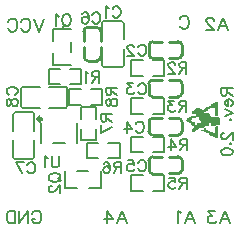
<source format=gbo>
G04 Layer: BottomSilkscreenLayer*
G04 EasyEDA v6.5.38, 2023-11-24 15:02:17*
G04 fd976b0eda274a6ca9a56c4ffa30f9f7,9a5be75d700b4a6385dc1106f27949ae,10*
G04 Gerber Generator version 0.2*
G04 Scale: 100 percent, Rotated: No, Reflected: No *
G04 Dimensions in millimeters *
G04 leading zeros omitted , absolute positions ,4 integer and 5 decimal *
%FSLAX45Y45*%
%MOMM*%

%ADD10C,0.1800*%
%ADD11C,0.1400*%
%ADD12C,0.1524*%
%ADD13C,0.2540*%
%ADD14C,0.3000*%
%ADD15C,0.0133*%

%LPD*%
G36*
X1798218Y-844042D02*
G01*
X1796999Y-845261D01*
X1796999Y-848207D01*
X1795830Y-849376D01*
X1776780Y-849376D01*
X1775612Y-850595D01*
X1775612Y-858926D01*
X1774393Y-860094D01*
X1766062Y-860094D01*
X1764893Y-861314D01*
X1764893Y-869645D01*
X1763674Y-870813D01*
X1744624Y-870813D01*
X1743456Y-872032D01*
X1743456Y-880364D01*
X1742236Y-881532D01*
X1723237Y-881532D01*
X1722018Y-882751D01*
X1722018Y-891082D01*
X1720850Y-892251D01*
X1712518Y-892251D01*
X1711299Y-893470D01*
X1711299Y-901750D01*
X1710131Y-902969D01*
X1701800Y-902969D01*
X1700580Y-904189D01*
X1700580Y-913688D01*
X1691081Y-913688D01*
X1689862Y-912469D01*
X1689862Y-904189D01*
X1688693Y-902969D01*
X1669643Y-902969D01*
X1668424Y-901750D01*
X1668424Y-893470D01*
X1667256Y-892251D01*
X1637487Y-892251D01*
X1636318Y-893470D01*
X1636318Y-901750D01*
X1635099Y-902969D01*
X1626616Y-902969D01*
X1624482Y-903833D01*
X1615998Y-904087D01*
X1615744Y-912571D01*
X1613763Y-913688D01*
X1605381Y-913688D01*
X1604162Y-914857D01*
X1604162Y-944626D01*
X1605381Y-945845D01*
X1635099Y-945845D01*
X1636318Y-947013D01*
X1636318Y-956564D01*
X1594662Y-956564D01*
X1593443Y-957732D01*
X1593443Y-966063D01*
X1592275Y-967232D01*
X1573225Y-967232D01*
X1572006Y-968451D01*
X1572006Y-976782D01*
X1570837Y-977950D01*
X1562506Y-977950D01*
X1561287Y-979169D01*
X1561287Y-987501D01*
X1560118Y-988669D01*
X1551787Y-988669D01*
X1550619Y-989888D01*
X1550619Y-998219D01*
X1593443Y-998219D01*
X1593443Y-989888D01*
X1594662Y-988669D01*
X1602943Y-988669D01*
X1604162Y-987501D01*
X1604162Y-979169D01*
X1605381Y-977950D01*
X1635099Y-977950D01*
X1636318Y-976782D01*
X1636318Y-956564D01*
X1645818Y-956564D01*
X1647037Y-957732D01*
X1647037Y-966063D01*
X1648206Y-967232D01*
X1656537Y-967232D01*
X1657756Y-968451D01*
X1657756Y-987501D01*
X1658924Y-988669D01*
X1667256Y-988669D01*
X1668424Y-989888D01*
X1668424Y-998219D01*
X1669643Y-999388D01*
X1677974Y-999388D01*
X1679143Y-1000607D01*
X1679143Y-1019606D01*
X1677974Y-1020826D01*
X1648206Y-1020826D01*
X1647037Y-1022045D01*
X1647037Y-1030325D01*
X1645818Y-1031544D01*
X1625600Y-1031544D01*
X1625600Y-1041044D01*
X1624380Y-1042263D01*
X1614881Y-1042263D01*
X1614881Y-1032713D01*
X1616100Y-1031544D01*
X1625600Y-1031544D01*
X1625600Y-1011326D01*
X1624380Y-1010107D01*
X1605381Y-1010107D01*
X1604162Y-1008938D01*
X1604162Y-1000607D01*
X1602943Y-999388D01*
X1594662Y-999388D01*
X1593443Y-998219D01*
X1550619Y-998219D01*
X1551787Y-999388D01*
X1560118Y-999388D01*
X1561287Y-1000607D01*
X1561287Y-1008938D01*
X1562506Y-1010107D01*
X1570837Y-1010107D01*
X1572006Y-1011326D01*
X1572006Y-1019606D01*
X1573225Y-1020826D01*
X1592275Y-1020826D01*
X1593443Y-1022045D01*
X1593443Y-1030325D01*
X1594662Y-1031544D01*
X1602943Y-1031544D01*
X1604162Y-1032713D01*
X1604162Y-1041044D01*
X1605381Y-1042263D01*
X1614881Y-1042263D01*
X1614881Y-1051915D01*
X1614017Y-1054049D01*
X1613763Y-1062583D01*
X1605280Y-1062837D01*
X1604162Y-1064768D01*
X1604162Y-1094638D01*
X1605381Y-1095806D01*
X1624533Y-1095806D01*
X1626666Y-1094740D01*
X1626819Y-1086358D01*
X1635201Y-1086205D01*
X1636318Y-1084021D01*
X1636318Y-1075588D01*
X1637487Y-1074420D01*
X1645920Y-1074420D01*
X1648104Y-1073302D01*
X1648256Y-1064920D01*
X1656384Y-1064920D01*
X1658772Y-1063701D01*
X1700580Y-1063701D01*
X1700580Y-1054150D01*
X1701800Y-1052982D01*
X1710131Y-1052982D01*
X1711299Y-1051763D01*
X1711299Y-1043432D01*
X1712518Y-1042263D01*
X1742236Y-1042263D01*
X1743456Y-1041044D01*
X1743456Y-1022045D01*
X1744624Y-1020826D01*
X1763674Y-1020826D01*
X1764893Y-1022045D01*
X1764893Y-1041044D01*
X1766062Y-1042263D01*
X1807718Y-1042263D01*
X1807718Y-1051763D01*
X1806549Y-1052982D01*
X1798218Y-1052982D01*
X1796999Y-1054150D01*
X1796999Y-1116076D01*
X1795830Y-1117244D01*
X1787499Y-1117244D01*
X1786331Y-1116076D01*
X1786331Y-1107744D01*
X1785112Y-1106525D01*
X1776780Y-1106525D01*
X1775612Y-1105357D01*
X1775612Y-1097026D01*
X1774393Y-1095806D01*
X1755343Y-1095806D01*
X1754174Y-1094638D01*
X1754174Y-1086307D01*
X1752955Y-1085088D01*
X1733905Y-1085088D01*
X1732737Y-1083919D01*
X1732737Y-1075588D01*
X1731518Y-1074420D01*
X1723237Y-1074420D01*
X1722018Y-1073200D01*
X1722018Y-1064869D01*
X1720850Y-1063701D01*
X1700580Y-1063701D01*
X1700580Y-1073200D01*
X1699412Y-1074420D01*
X1680362Y-1074420D01*
X1679143Y-1075588D01*
X1679143Y-1083919D01*
X1680362Y-1085088D01*
X1699412Y-1085088D01*
X1700580Y-1086307D01*
X1700580Y-1094638D01*
X1701800Y-1095806D01*
X1720850Y-1095806D01*
X1722018Y-1097026D01*
X1722018Y-1105357D01*
X1723237Y-1106525D01*
X1742236Y-1106525D01*
X1743456Y-1107744D01*
X1743456Y-1116076D01*
X1744624Y-1117244D01*
X1752955Y-1117244D01*
X1754174Y-1118463D01*
X1754174Y-1126794D01*
X1755343Y-1127963D01*
X1774393Y-1127963D01*
X1775612Y-1129182D01*
X1775612Y-1137462D01*
X1776780Y-1138682D01*
X1795830Y-1138682D01*
X1796999Y-1139850D01*
X1796999Y-1142847D01*
X1798218Y-1144016D01*
X1817268Y-1144016D01*
X1818436Y-1142847D01*
X1818436Y-1043432D01*
X1817268Y-1042263D01*
X1807718Y-1042263D01*
X1807718Y-1032713D01*
X1808937Y-1031544D01*
X1838706Y-1031544D01*
X1839874Y-1030325D01*
X1839874Y-979169D01*
X1838706Y-977950D01*
X1830324Y-977950D01*
X1828901Y-976985D01*
X1828901Y-968552D01*
X1827682Y-967384D01*
X1766011Y-967181D01*
X1764893Y-966063D01*
X1764893Y-957732D01*
X1763674Y-956564D01*
X1755343Y-956564D01*
X1754174Y-955344D01*
X1754174Y-947013D01*
X1752955Y-945845D01*
X1744624Y-945845D01*
X1743456Y-944626D01*
X1743456Y-936294D01*
X1742236Y-935126D01*
X1701800Y-935126D01*
X1700580Y-933907D01*
X1700580Y-913688D01*
X1710131Y-913688D01*
X1711299Y-914857D01*
X1711299Y-923188D01*
X1712518Y-924407D01*
X1720850Y-924407D01*
X1722018Y-923188D01*
X1722018Y-914857D01*
X1723237Y-913688D01*
X1731518Y-913688D01*
X1732737Y-912469D01*
X1732737Y-904189D01*
X1733905Y-902969D01*
X1752955Y-902969D01*
X1754174Y-901750D01*
X1754174Y-893470D01*
X1755343Y-892251D01*
X1785112Y-892251D01*
X1786331Y-891082D01*
X1786331Y-882751D01*
X1787499Y-881532D01*
X1795830Y-881532D01*
X1796999Y-882751D01*
X1796999Y-955344D01*
X1798218Y-956564D01*
X1817268Y-956564D01*
X1818436Y-955344D01*
X1818436Y-845261D01*
X1817268Y-844042D01*
G37*
D10*
X1849086Y-724999D02*
G01*
X1944542Y-724999D01*
X1849086Y-724999D02*
G01*
X1849086Y-765909D01*
X1853633Y-779546D01*
X1858177Y-784090D01*
X1867268Y-788636D01*
X1876358Y-788636D01*
X1885449Y-784090D01*
X1889996Y-779546D01*
X1894542Y-765909D01*
X1894542Y-724999D01*
X1894542Y-756818D02*
G01*
X1944542Y-788636D01*
X1908177Y-818636D02*
G01*
X1908177Y-873180D01*
X1899086Y-873180D01*
X1889996Y-868636D01*
X1885449Y-864090D01*
X1880905Y-854999D01*
X1880905Y-841362D01*
X1885449Y-832271D01*
X1894542Y-823180D01*
X1908177Y-818636D01*
X1917268Y-818636D01*
X1930905Y-823180D01*
X1939996Y-832271D01*
X1944542Y-841362D01*
X1944542Y-854999D01*
X1939996Y-864090D01*
X1930905Y-873180D01*
X1880905Y-903180D02*
G01*
X1944542Y-930452D01*
X1880905Y-957727D02*
G01*
X1944542Y-930452D01*
X1921814Y-992271D02*
G01*
X1926358Y-987727D01*
X1930905Y-992271D01*
X1926358Y-996817D01*
X1921814Y-992271D01*
X1871814Y-1101361D02*
G01*
X1867268Y-1101361D01*
X1858177Y-1105908D01*
X1853633Y-1110452D01*
X1849086Y-1119545D01*
X1849086Y-1137726D01*
X1853633Y-1146817D01*
X1858177Y-1151361D01*
X1867268Y-1155908D01*
X1876358Y-1155908D01*
X1885449Y-1151361D01*
X1899086Y-1142271D01*
X1944542Y-1096817D01*
X1944542Y-1160452D01*
X1921814Y-1194998D02*
G01*
X1926358Y-1190452D01*
X1930905Y-1194998D01*
X1926358Y-1199545D01*
X1921814Y-1194998D01*
X1849086Y-1256817D02*
G01*
X1853633Y-1243180D01*
X1867268Y-1234089D01*
X1889996Y-1229545D01*
X1903633Y-1229545D01*
X1926358Y-1234089D01*
X1939996Y-1243180D01*
X1944542Y-1256817D01*
X1944542Y-1265908D01*
X1939996Y-1279545D01*
X1926358Y-1288635D01*
X1903633Y-1293180D01*
X1889996Y-1293180D01*
X1867268Y-1288635D01*
X1853633Y-1279545D01*
X1849086Y-1265908D01*
X1849086Y-1256817D01*
D11*
X816355Y-580466D02*
G01*
X816355Y-675921D01*
X816355Y-580466D02*
G01*
X775446Y-580466D01*
X761809Y-585012D01*
X757265Y-589556D01*
X752718Y-598647D01*
X752718Y-607738D01*
X757265Y-616828D01*
X761809Y-621375D01*
X775446Y-625922D01*
X816355Y-625922D01*
X784537Y-625922D02*
G01*
X752718Y-675921D01*
X722718Y-598647D02*
G01*
X713628Y-594103D01*
X699993Y-580466D01*
X699993Y-675921D01*
X1554043Y-828753D02*
G01*
X1554043Y-924209D01*
X1554043Y-828753D02*
G01*
X1513133Y-828753D01*
X1499496Y-833300D01*
X1494952Y-837844D01*
X1490405Y-846935D01*
X1490405Y-856025D01*
X1494952Y-865116D01*
X1499496Y-869662D01*
X1513133Y-874209D01*
X1554043Y-874209D01*
X1522224Y-874209D02*
G01*
X1490405Y-924209D01*
X1451315Y-828753D02*
G01*
X1401315Y-828753D01*
X1428589Y-865116D01*
X1414952Y-865116D01*
X1405862Y-869662D01*
X1401315Y-874209D01*
X1396771Y-887844D01*
X1396771Y-896934D01*
X1401315Y-910572D01*
X1410406Y-919662D01*
X1424043Y-924209D01*
X1437680Y-924209D01*
X1451315Y-919662D01*
X1455861Y-915116D01*
X1460406Y-906025D01*
X1561823Y-1155463D02*
G01*
X1561823Y-1250919D01*
X1561823Y-1155463D02*
G01*
X1520913Y-1155463D01*
X1507276Y-1160010D01*
X1502732Y-1164554D01*
X1498185Y-1173645D01*
X1498185Y-1182735D01*
X1502732Y-1191826D01*
X1507276Y-1196373D01*
X1520913Y-1200919D01*
X1561823Y-1200919D01*
X1530004Y-1200919D02*
G01*
X1498185Y-1250919D01*
X1422732Y-1155463D02*
G01*
X1468186Y-1219100D01*
X1400004Y-1219100D01*
X1422732Y-1155463D02*
G01*
X1422732Y-1250919D01*
X1557248Y-1480438D02*
G01*
X1557248Y-1575894D01*
X1557248Y-1480438D02*
G01*
X1516339Y-1480438D01*
X1502702Y-1484985D01*
X1498158Y-1489529D01*
X1493611Y-1498620D01*
X1493611Y-1507710D01*
X1498158Y-1516801D01*
X1502702Y-1521348D01*
X1516339Y-1525894D01*
X1557248Y-1525894D01*
X1525430Y-1525894D02*
G01*
X1493611Y-1575894D01*
X1409067Y-1480438D02*
G01*
X1454520Y-1480438D01*
X1459067Y-1521348D01*
X1454520Y-1516801D01*
X1440886Y-1512257D01*
X1427248Y-1512257D01*
X1413611Y-1516801D01*
X1404520Y-1525894D01*
X1399976Y-1539529D01*
X1399976Y-1548620D01*
X1404520Y-1562257D01*
X1413611Y-1571348D01*
X1427248Y-1575894D01*
X1440886Y-1575894D01*
X1454520Y-1571348D01*
X1459067Y-1566801D01*
X1463611Y-1557710D01*
D10*
X1583342Y-1759681D02*
G01*
X1624998Y-1868647D01*
X1583342Y-1759681D02*
G01*
X1541940Y-1868647D01*
X1609504Y-1832325D02*
G01*
X1557434Y-1832325D01*
X1507650Y-1780509D02*
G01*
X1497236Y-1775175D01*
X1481488Y-1759681D01*
X1481488Y-1868647D01*
X1864296Y-125420D02*
G01*
X1905952Y-234386D01*
X1864296Y-125420D02*
G01*
X1822894Y-234386D01*
X1890458Y-198064D02*
G01*
X1838388Y-198064D01*
X1783270Y-151328D02*
G01*
X1783270Y-146248D01*
X1778190Y-135834D01*
X1772856Y-130500D01*
X1762442Y-125420D01*
X1741868Y-125420D01*
X1731454Y-130500D01*
X1726120Y-135834D01*
X1721040Y-146248D01*
X1721040Y-156662D01*
X1726120Y-167076D01*
X1736534Y-182570D01*
X1788604Y-234386D01*
X1715706Y-234386D01*
X1883341Y-1759681D02*
G01*
X1924997Y-1868647D01*
X1883341Y-1759681D02*
G01*
X1841939Y-1868647D01*
X1909503Y-1832325D02*
G01*
X1857433Y-1832325D01*
X1797235Y-1759681D02*
G01*
X1740085Y-1759681D01*
X1771327Y-1801337D01*
X1755579Y-1801337D01*
X1745165Y-1806417D01*
X1740085Y-1811497D01*
X1734751Y-1827245D01*
X1734751Y-1837659D01*
X1740085Y-1853153D01*
X1750499Y-1863567D01*
X1765993Y-1868647D01*
X1781487Y-1868647D01*
X1797235Y-1863567D01*
X1802315Y-1858487D01*
X1807649Y-1848073D01*
X1008341Y-1759681D02*
G01*
X1049997Y-1868647D01*
X1008341Y-1759681D02*
G01*
X966939Y-1868647D01*
X1034503Y-1832325D02*
G01*
X982433Y-1832325D01*
X880579Y-1759681D02*
G01*
X932649Y-1832325D01*
X854671Y-1832325D01*
X880579Y-1759681D02*
G01*
X880579Y-1868647D01*
X1497020Y-135592D02*
G01*
X1502354Y-125178D01*
X1512768Y-114764D01*
X1522928Y-109684D01*
X1543756Y-109684D01*
X1554170Y-114764D01*
X1564584Y-125178D01*
X1569918Y-135592D01*
X1574998Y-151340D01*
X1574998Y-177248D01*
X1569918Y-192742D01*
X1564584Y-203156D01*
X1554170Y-213570D01*
X1543756Y-218650D01*
X1522928Y-218650D01*
X1512768Y-213570D01*
X1502354Y-203156D01*
X1497020Y-192742D01*
X247022Y-1785586D02*
G01*
X252356Y-1775172D01*
X262770Y-1764758D01*
X272930Y-1759678D01*
X293758Y-1759678D01*
X304172Y-1764758D01*
X314586Y-1775172D01*
X319920Y-1785586D01*
X325000Y-1801334D01*
X325000Y-1827242D01*
X319920Y-1842736D01*
X314586Y-1853150D01*
X304172Y-1863564D01*
X293758Y-1868644D01*
X272930Y-1868644D01*
X262770Y-1863564D01*
X252356Y-1853150D01*
X247022Y-1842736D01*
X247022Y-1827242D01*
X272930Y-1827242D02*
G01*
X247022Y-1827242D01*
X212732Y-1759678D02*
G01*
X212732Y-1868644D01*
X212732Y-1759678D02*
G01*
X140088Y-1868644D01*
X140088Y-1759678D02*
G01*
X140088Y-1868644D01*
X105798Y-1759678D02*
G01*
X105798Y-1868644D01*
X105798Y-1759678D02*
G01*
X69476Y-1759678D01*
X53728Y-1764758D01*
X43314Y-1775172D01*
X38234Y-1785586D01*
X32900Y-1801334D01*
X32900Y-1827242D01*
X38234Y-1842736D01*
X43314Y-1853150D01*
X53728Y-1863564D01*
X69476Y-1868644D01*
X105798Y-1868644D01*
X349999Y-134683D02*
G01*
X308343Y-243649D01*
X266941Y-134683D02*
G01*
X308343Y-243649D01*
X154673Y-160591D02*
G01*
X159753Y-150177D01*
X170167Y-139763D01*
X180581Y-134683D01*
X201409Y-134683D01*
X211823Y-139763D01*
X222237Y-150177D01*
X227317Y-160591D01*
X232651Y-176339D01*
X232651Y-202247D01*
X227317Y-217741D01*
X222237Y-228155D01*
X211823Y-238569D01*
X201409Y-243649D01*
X180581Y-243649D01*
X170167Y-238569D01*
X159753Y-228155D01*
X154673Y-217741D01*
X42405Y-160591D02*
G01*
X47739Y-150177D01*
X57899Y-139763D01*
X68313Y-134683D01*
X89141Y-134683D01*
X99555Y-139763D01*
X109969Y-150177D01*
X115049Y-160591D01*
X120383Y-176339D01*
X120383Y-202247D01*
X115049Y-217741D01*
X109969Y-228155D01*
X99555Y-238569D01*
X89141Y-243649D01*
X68313Y-243649D01*
X57899Y-238569D01*
X47739Y-228155D01*
X42405Y-217741D01*
D11*
X927722Y-53220D02*
G01*
X932266Y-44129D01*
X941357Y-35039D01*
X950450Y-30492D01*
X968631Y-30492D01*
X977722Y-35039D01*
X986812Y-44129D01*
X991356Y-53220D01*
X995903Y-66855D01*
X995903Y-89583D01*
X991356Y-103220D01*
X986812Y-112311D01*
X977722Y-121401D01*
X968631Y-125948D01*
X950450Y-125948D01*
X941357Y-121401D01*
X932266Y-112311D01*
X927722Y-103220D01*
X897722Y-48674D02*
G01*
X888631Y-44129D01*
X874994Y-30492D01*
X874994Y-125948D01*
X206822Y-1371818D02*
G01*
X211366Y-1362727D01*
X220456Y-1353637D01*
X229549Y-1349090D01*
X247731Y-1349090D01*
X256821Y-1353637D01*
X265912Y-1362727D01*
X270456Y-1371818D01*
X275003Y-1385453D01*
X275003Y-1408181D01*
X270456Y-1421818D01*
X265912Y-1430909D01*
X256821Y-1439999D01*
X247731Y-1444546D01*
X229549Y-1444546D01*
X220456Y-1439999D01*
X211366Y-1430909D01*
X206822Y-1421818D01*
X113184Y-1349090D02*
G01*
X158640Y-1444546D01*
X176822Y-1349090D02*
G01*
X113184Y-1349090D01*
X53179Y-781339D02*
G01*
X44089Y-776795D01*
X34998Y-767704D01*
X30452Y-758611D01*
X30452Y-740430D01*
X34998Y-731339D01*
X44089Y-722248D01*
X53179Y-717704D01*
X66814Y-713158D01*
X89542Y-713158D01*
X103179Y-717704D01*
X112270Y-722248D01*
X121361Y-731339D01*
X125907Y-740430D01*
X125907Y-758611D01*
X121361Y-767704D01*
X112270Y-776795D01*
X103179Y-781339D01*
X30452Y-834067D02*
G01*
X34998Y-820430D01*
X44089Y-815886D01*
X53179Y-815886D01*
X62270Y-820430D01*
X66814Y-829520D01*
X71361Y-847704D01*
X75907Y-861339D01*
X84998Y-870430D01*
X94089Y-874976D01*
X107723Y-874976D01*
X116814Y-870430D01*
X121361Y-865886D01*
X125907Y-852248D01*
X125907Y-834067D01*
X121361Y-820430D01*
X116814Y-815886D01*
X107723Y-811339D01*
X94089Y-811339D01*
X84998Y-815886D01*
X75907Y-824976D01*
X71361Y-838611D01*
X66814Y-856795D01*
X62270Y-865886D01*
X53179Y-870430D01*
X44089Y-870430D01*
X34998Y-865886D01*
X30452Y-852248D01*
X30452Y-834067D01*
X1143617Y-378183D02*
G01*
X1148161Y-369092D01*
X1157251Y-360001D01*
X1166345Y-355455D01*
X1184526Y-355455D01*
X1193617Y-360001D01*
X1202707Y-369092D01*
X1207251Y-378183D01*
X1211798Y-391817D01*
X1211798Y-414545D01*
X1207251Y-428183D01*
X1202707Y-437273D01*
X1193617Y-446364D01*
X1184526Y-450910D01*
X1166345Y-450910D01*
X1157251Y-446364D01*
X1148161Y-437273D01*
X1143617Y-428183D01*
X1109070Y-378183D02*
G01*
X1109070Y-373636D01*
X1104526Y-364545D01*
X1099980Y-360001D01*
X1090889Y-355455D01*
X1072708Y-355455D01*
X1063617Y-360001D01*
X1059070Y-364545D01*
X1054526Y-373636D01*
X1054526Y-382727D01*
X1059070Y-391817D01*
X1068161Y-405455D01*
X1113617Y-450910D01*
X1049980Y-450910D01*
X1143599Y-703183D02*
G01*
X1148143Y-694093D01*
X1157234Y-685002D01*
X1166327Y-680455D01*
X1184508Y-680455D01*
X1193599Y-685002D01*
X1202689Y-694093D01*
X1207234Y-703183D01*
X1211780Y-716818D01*
X1211780Y-739546D01*
X1207234Y-753183D01*
X1202689Y-762274D01*
X1193599Y-771364D01*
X1184508Y-775911D01*
X1166327Y-775911D01*
X1157234Y-771364D01*
X1148143Y-762274D01*
X1143599Y-753183D01*
X1104508Y-680455D02*
G01*
X1054508Y-680455D01*
X1081780Y-716818D01*
X1068143Y-716818D01*
X1059053Y-721365D01*
X1054508Y-725911D01*
X1049962Y-739546D01*
X1049962Y-748637D01*
X1054508Y-762274D01*
X1063599Y-771364D01*
X1077234Y-775911D01*
X1090871Y-775911D01*
X1104508Y-771364D01*
X1109052Y-766818D01*
X1113599Y-757727D01*
X1123177Y-1028192D02*
G01*
X1127721Y-1019101D01*
X1136812Y-1010010D01*
X1145905Y-1005464D01*
X1164087Y-1005464D01*
X1173177Y-1010010D01*
X1182268Y-1019101D01*
X1186812Y-1028192D01*
X1191359Y-1041826D01*
X1191359Y-1064554D01*
X1186812Y-1078191D01*
X1182268Y-1087282D01*
X1173177Y-1096373D01*
X1164087Y-1100919D01*
X1145905Y-1100919D01*
X1136812Y-1096373D01*
X1127721Y-1087282D01*
X1123177Y-1078191D01*
X1047722Y-1005464D02*
G01*
X1093177Y-1069101D01*
X1024996Y-1069101D01*
X1047722Y-1005464D02*
G01*
X1047722Y-1100919D01*
X1143617Y-1353192D02*
G01*
X1148161Y-1344101D01*
X1157251Y-1335011D01*
X1166345Y-1330464D01*
X1184526Y-1330464D01*
X1193617Y-1335011D01*
X1202707Y-1344101D01*
X1207251Y-1353192D01*
X1211798Y-1366827D01*
X1211798Y-1389555D01*
X1207251Y-1403192D01*
X1202707Y-1412283D01*
X1193617Y-1421373D01*
X1184526Y-1425920D01*
X1166345Y-1425920D01*
X1157251Y-1421373D01*
X1148161Y-1412283D01*
X1143617Y-1403192D01*
X1059070Y-1330464D02*
G01*
X1104526Y-1330464D01*
X1109070Y-1371373D01*
X1104526Y-1366827D01*
X1090889Y-1362283D01*
X1077252Y-1362283D01*
X1063617Y-1366827D01*
X1054526Y-1375920D01*
X1049980Y-1389555D01*
X1049980Y-1398645D01*
X1054526Y-1412283D01*
X1063617Y-1421373D01*
X1077252Y-1425920D01*
X1090889Y-1425920D01*
X1104526Y-1421373D01*
X1109070Y-1416827D01*
X1113617Y-1407736D01*
X757273Y-103649D02*
G01*
X761817Y-94559D01*
X770907Y-85468D01*
X780000Y-80921D01*
X798182Y-80921D01*
X807272Y-85468D01*
X816363Y-94559D01*
X820907Y-103649D01*
X825454Y-117284D01*
X825454Y-140012D01*
X820907Y-153649D01*
X816363Y-162740D01*
X807272Y-171830D01*
X798182Y-176377D01*
X780000Y-176377D01*
X770907Y-171830D01*
X761817Y-162740D01*
X757273Y-153649D01*
X672726Y-94559D02*
G01*
X677273Y-85468D01*
X690907Y-80921D01*
X700001Y-80921D01*
X713635Y-85468D01*
X722726Y-99103D01*
X727273Y-121831D01*
X727273Y-144559D01*
X722726Y-162740D01*
X713635Y-171830D01*
X700001Y-176377D01*
X695454Y-176377D01*
X681817Y-171830D01*
X672726Y-162740D01*
X668182Y-149103D01*
X668182Y-144559D01*
X672726Y-130921D01*
X681817Y-121831D01*
X695454Y-117284D01*
X700001Y-117284D01*
X713635Y-121831D01*
X722726Y-130921D01*
X727273Y-144559D01*
X547728Y-99090D02*
G01*
X556818Y-103637D01*
X565909Y-112727D01*
X570453Y-121818D01*
X575000Y-135453D01*
X575000Y-158181D01*
X570453Y-171818D01*
X565909Y-180908D01*
X556818Y-189999D01*
X547728Y-194546D01*
X529546Y-194546D01*
X520453Y-189999D01*
X511362Y-180908D01*
X506818Y-171818D01*
X502272Y-158181D01*
X502272Y-135453D01*
X506818Y-121818D01*
X511362Y-112727D01*
X520453Y-103637D01*
X529546Y-99090D01*
X547728Y-99090D01*
X534090Y-176362D02*
G01*
X506818Y-203636D01*
X472272Y-117271D02*
G01*
X463181Y-112727D01*
X449546Y-99090D01*
X449546Y-194546D01*
X389534Y-1470454D02*
G01*
X394080Y-1461363D01*
X403171Y-1452272D01*
X412262Y-1447728D01*
X425897Y-1443182D01*
X448624Y-1443182D01*
X462262Y-1447728D01*
X471352Y-1452272D01*
X480443Y-1461363D01*
X484990Y-1470454D01*
X484990Y-1488635D01*
X480443Y-1497728D01*
X471352Y-1506819D01*
X462262Y-1511363D01*
X448624Y-1515910D01*
X425897Y-1515910D01*
X412262Y-1511363D01*
X403171Y-1506819D01*
X394080Y-1497728D01*
X389534Y-1488635D01*
X389534Y-1470454D01*
X466806Y-1484091D02*
G01*
X494080Y-1511363D01*
X412262Y-1550454D02*
G01*
X407715Y-1550454D01*
X398625Y-1555000D01*
X394080Y-1559544D01*
X389534Y-1568635D01*
X389534Y-1586819D01*
X394080Y-1595909D01*
X398625Y-1600454D01*
X407715Y-1605000D01*
X416806Y-1605000D01*
X425897Y-1600454D01*
X439534Y-1591363D01*
X484990Y-1545910D01*
X484990Y-1609544D01*
X1554017Y-503758D02*
G01*
X1554017Y-599213D01*
X1554017Y-503758D02*
G01*
X1513108Y-503758D01*
X1499471Y-508304D01*
X1494927Y-512848D01*
X1490380Y-521939D01*
X1490380Y-531030D01*
X1494927Y-540120D01*
X1499471Y-544667D01*
X1513108Y-549214D01*
X1554017Y-549214D01*
X1522199Y-549214D02*
G01*
X1490380Y-599213D01*
X1455836Y-526486D02*
G01*
X1455836Y-521939D01*
X1451289Y-512848D01*
X1446745Y-508304D01*
X1437655Y-503758D01*
X1419471Y-503758D01*
X1410380Y-508304D01*
X1405836Y-512848D01*
X1401290Y-521939D01*
X1401290Y-531030D01*
X1405836Y-540120D01*
X1414927Y-553758D01*
X1460380Y-599213D01*
X1396745Y-599213D01*
X999997Y-1349087D02*
G01*
X999997Y-1444543D01*
X999997Y-1349087D02*
G01*
X959088Y-1349087D01*
X945451Y-1353634D01*
X940907Y-1358178D01*
X936360Y-1367269D01*
X936360Y-1376359D01*
X940907Y-1385450D01*
X945451Y-1389997D01*
X959088Y-1394543D01*
X999997Y-1394543D01*
X968179Y-1394543D02*
G01*
X936360Y-1444543D01*
X851816Y-1362725D02*
G01*
X856361Y-1353634D01*
X869998Y-1349087D01*
X879088Y-1349087D01*
X892726Y-1353634D01*
X901816Y-1367269D01*
X906360Y-1389997D01*
X906360Y-1412725D01*
X901816Y-1430906D01*
X892726Y-1439997D01*
X879088Y-1444543D01*
X874544Y-1444543D01*
X860907Y-1439997D01*
X851816Y-1430906D01*
X847270Y-1417269D01*
X847270Y-1412725D01*
X851816Y-1399087D01*
X860907Y-1389997D01*
X874544Y-1385450D01*
X879088Y-1385450D01*
X892726Y-1389997D01*
X901816Y-1399087D01*
X906360Y-1412725D01*
X830437Y-942733D02*
G01*
X925893Y-942733D01*
X830437Y-942733D02*
G01*
X830437Y-983642D01*
X834984Y-997280D01*
X839528Y-1001824D01*
X848619Y-1006370D01*
X857709Y-1006370D01*
X866800Y-1001824D01*
X871346Y-997280D01*
X875893Y-983642D01*
X875893Y-942733D01*
X875893Y-974552D02*
G01*
X925893Y-1006370D01*
X830437Y-1100005D02*
G01*
X925893Y-1054552D01*
X830437Y-1036370D02*
G01*
X830437Y-1100005D01*
X873625Y-718185D02*
G01*
X969081Y-718185D01*
X873625Y-718185D02*
G01*
X873625Y-759094D01*
X878171Y-772731D01*
X882716Y-777275D01*
X891806Y-781822D01*
X900897Y-781822D01*
X909988Y-777275D01*
X914534Y-772731D01*
X919081Y-759094D01*
X919081Y-718185D01*
X919081Y-750003D02*
G01*
X969081Y-781822D01*
X873625Y-834547D02*
G01*
X878171Y-820912D01*
X887262Y-816366D01*
X896353Y-816366D01*
X905443Y-820912D01*
X909988Y-830003D01*
X914534Y-848184D01*
X919081Y-861821D01*
X928171Y-870912D01*
X937262Y-875456D01*
X950897Y-875456D01*
X959987Y-870912D01*
X964534Y-866366D01*
X969081Y-852731D01*
X969081Y-834547D01*
X964534Y-820912D01*
X959987Y-816366D01*
X950897Y-811822D01*
X937262Y-811822D01*
X928171Y-816366D01*
X919081Y-825456D01*
X914534Y-839094D01*
X909988Y-857275D01*
X905443Y-866366D01*
X896353Y-870912D01*
X887262Y-870912D01*
X878171Y-866366D01*
X873625Y-852731D01*
X873625Y-834547D01*
X475000Y-1299088D02*
G01*
X475000Y-1367269D01*
X470453Y-1380906D01*
X461363Y-1389997D01*
X447728Y-1394543D01*
X438637Y-1394543D01*
X425000Y-1389997D01*
X415909Y-1380906D01*
X411363Y-1367269D01*
X411363Y-1299088D01*
X381363Y-1317269D02*
G01*
X372272Y-1312725D01*
X358637Y-1299088D01*
X358637Y-1394543D01*
D12*
X567621Y-558939D02*
G01*
X663508Y-558939D01*
X663508Y-691060D01*
X567621Y-691060D01*
X482379Y-558939D02*
G01*
X386491Y-558939D01*
X386491Y-691060D01*
X482379Y-691060D01*
X1267620Y-808939D02*
G01*
X1363507Y-808939D01*
X1363507Y-941059D01*
X1267620Y-941059D01*
X1182377Y-808939D02*
G01*
X1086490Y-808939D01*
X1086490Y-941059D01*
X1182377Y-941059D01*
X1267620Y-1133937D02*
G01*
X1363507Y-1133937D01*
X1363507Y-1266057D01*
X1267620Y-1266057D01*
X1182377Y-1133937D02*
G01*
X1086490Y-1133937D01*
X1086490Y-1266057D01*
X1182377Y-1266057D01*
X1267620Y-1458937D02*
G01*
X1363507Y-1458937D01*
X1363507Y-1591058D01*
X1267620Y-1591058D01*
X1182377Y-1458937D02*
G01*
X1086490Y-1458937D01*
X1086490Y-1591058D01*
X1182377Y-1591058D01*
X840821Y-531124D02*
G01*
X840821Y-390123D01*
X1021542Y-390123D02*
G01*
X1021542Y-531124D01*
X1006302Y-546364D02*
G01*
X856061Y-546364D01*
X840821Y-168884D02*
G01*
X840821Y-309885D01*
X1021542Y-309885D02*
G01*
X1021542Y-168884D01*
X1006302Y-153644D02*
G01*
X856061Y-153644D01*
X84640Y-1306118D02*
G01*
X84640Y-1165118D01*
X265361Y-1165118D02*
G01*
X265361Y-1306118D01*
X250121Y-1321358D02*
G01*
X99880Y-1321358D01*
X84640Y-943879D02*
G01*
X84640Y-1084879D01*
X265361Y-1084879D02*
G01*
X265361Y-943879D01*
X250121Y-928639D02*
G01*
X99880Y-928639D01*
X531119Y-890358D02*
G01*
X390118Y-890358D01*
X390118Y-709637D02*
G01*
X531119Y-709637D01*
X546359Y-724877D02*
G01*
X546359Y-875118D01*
X168879Y-890358D02*
G01*
X309879Y-890358D01*
X309879Y-709637D02*
G01*
X168879Y-709637D01*
X153639Y-724877D02*
G01*
X153639Y-875118D01*
D13*
X1235997Y-360022D02*
G01*
X1235997Y-440024D01*
X1346972Y-329036D02*
G01*
X1266974Y-329036D01*
X1346972Y-471002D02*
G01*
X1266974Y-471002D01*
X1404561Y-328455D02*
G01*
X1484561Y-328455D01*
X1515544Y-359437D02*
G01*
X1515544Y-439435D01*
X1404561Y-470415D02*
G01*
X1484561Y-470415D01*
X1235997Y-685022D02*
G01*
X1235997Y-765025D01*
X1346972Y-654037D02*
G01*
X1266974Y-654037D01*
X1346972Y-796002D02*
G01*
X1266974Y-796002D01*
X1404561Y-653455D02*
G01*
X1484561Y-653455D01*
X1515544Y-684438D02*
G01*
X1515544Y-764435D01*
X1404561Y-795416D02*
G01*
X1484561Y-795416D01*
X1235997Y-1010020D02*
G01*
X1235997Y-1090023D01*
X1346972Y-979035D02*
G01*
X1266974Y-979035D01*
X1346972Y-1121001D02*
G01*
X1266974Y-1121001D01*
X1404561Y-978453D02*
G01*
X1484561Y-978453D01*
X1515544Y-1009436D02*
G01*
X1515544Y-1089433D01*
X1404561Y-1120414D02*
G01*
X1484561Y-1120414D01*
X1235997Y-1335021D02*
G01*
X1235997Y-1415023D01*
X1346972Y-1304036D02*
G01*
X1266974Y-1304036D01*
X1346972Y-1446001D02*
G01*
X1266974Y-1446001D01*
X1404561Y-1303454D02*
G01*
X1484561Y-1303454D01*
X1515544Y-1334437D02*
G01*
X1515544Y-1414434D01*
X1404561Y-1445414D02*
G01*
X1484561Y-1445414D01*
X716206Y-489008D02*
G01*
X796208Y-489008D01*
X685220Y-378033D02*
G01*
X685220Y-458030D01*
X827186Y-378033D02*
G01*
X827186Y-458030D01*
X684639Y-320443D02*
G01*
X684639Y-240444D01*
X715622Y-209461D02*
G01*
X795619Y-209461D01*
X826599Y-320443D02*
G01*
X826599Y-240444D01*
D12*
X572508Y-527616D02*
G01*
X427266Y-527616D01*
X427266Y-424454D01*
X572508Y-222374D02*
G01*
X427266Y-222374D01*
X427266Y-325536D01*
X572508Y-420535D02*
G01*
X572508Y-329455D01*
X827620Y-1427375D02*
G01*
X827620Y-1572618D01*
X724458Y-1572618D01*
X522378Y-1427375D02*
G01*
X522378Y-1572618D01*
X625541Y-1572618D01*
X720539Y-1427375D02*
G01*
X629460Y-1427375D01*
X1267620Y-483938D02*
G01*
X1363507Y-483938D01*
X1363507Y-616059D01*
X1267620Y-616059D01*
X1182377Y-483938D02*
G01*
X1086490Y-483938D01*
X1086490Y-616059D01*
X1182377Y-616059D01*
X807377Y-1316057D02*
G01*
X711489Y-1316057D01*
X711489Y-1183937D01*
X807377Y-1183937D01*
X892619Y-1316057D02*
G01*
X988507Y-1316057D01*
X988507Y-1183937D01*
X892619Y-1183937D01*
X658939Y-982378D02*
G01*
X658939Y-886490D01*
X791060Y-886490D01*
X791060Y-982378D01*
X658939Y-1067620D02*
G01*
X658939Y-1163507D01*
X791060Y-1163507D01*
X791060Y-1067620D01*
X742619Y-733940D02*
G01*
X838507Y-733940D01*
X838507Y-866061D01*
X742619Y-866061D01*
X657377Y-733940D02*
G01*
X561489Y-733940D01*
X561489Y-866061D01*
X657377Y-866061D01*
X322379Y-1014877D02*
G01*
X322379Y-1185118D01*
X627621Y-1014877D02*
G01*
X627621Y-1185118D01*
X522640Y-1185118D02*
G01*
X427360Y-1185118D01*
G75*
G01*
X1021542Y-531124D02*
G02*
X1006302Y-546364I-15240J0D01*
G75*
G01*
X856061Y-546364D02*
G02*
X840821Y-531124I0J15240D01*
G75*
G01*
X1021542Y-168885D02*
G03*
X1006302Y-153645I-15240J0D01*
G75*
G01*
X856061Y-153645D02*
G03*
X840821Y-168885I0J-15240D01*
G75*
G01*
X265361Y-1306119D02*
G02*
X250121Y-1321359I-15240J0D01*
G75*
G01*
X99880Y-1321359D02*
G02*
X84640Y-1306119I0J15240D01*
G75*
G01*
X265361Y-943879D02*
G03*
X250121Y-928639I-15240J0D01*
G75*
G01*
X99880Y-928639D02*
G03*
X84640Y-943879I0J-15240D01*
G75*
G01*
X531119Y-709638D02*
G02*
X546359Y-724878I0J-15240D01*
G75*
G01*
X546359Y-875119D02*
G02*
X531119Y-890359I-15240J0D01*
G75*
G01*
X168880Y-709638D02*
G03*
X153640Y-724878I0J-15240D01*
G75*
G01*
X153640Y-875119D02*
G03*
X168880Y-890359I15240J0D01*
D13*
G75*
G01*
X1515549Y-359438D02*
G03*
X1484567Y-328455I-30982J0D01*
G75*
G01*
X1484567Y-470421D02*
G03*
X1515549Y-439435I0J30983D01*
G75*
G01*
X1266980Y-329037D02*
G03*
X1235997Y-360022I0J-30983D01*
G75*
G01*
X1235997Y-440019D02*
G03*
X1266980Y-471002I30983J0D01*
G75*
G01*
X1515549Y-684439D02*
G03*
X1484567Y-653456I-30982J0D01*
G75*
G01*
X1484567Y-795421D02*
G03*
X1515549Y-764436I0J30983D01*
G75*
G01*
X1266980Y-654037D02*
G03*
X1235997Y-685023I0J-30983D01*
G75*
G01*
X1235997Y-765020D02*
G03*
X1266980Y-796003I30983J0D01*
G75*
G01*
X1515549Y-1009437D02*
G03*
X1484567Y-978454I-30982J0D01*
G75*
G01*
X1484567Y-1120419D02*
G03*
X1515549Y-1089434I0J30983D01*
G75*
G01*
X1266980Y-979035D02*
G03*
X1235997Y-1010021I0J-30983D01*
G75*
G01*
X1235997Y-1090018D02*
G03*
X1266980Y-1121001I30983J0D01*
G75*
G01*
X1515549Y-1334437D02*
G03*
X1484567Y-1303454I-30982J0D01*
G75*
G01*
X1484567Y-1445420D02*
G03*
X1515549Y-1414435I0J30983D01*
G75*
G01*
X1266980Y-1304036D02*
G03*
X1235997Y-1335021I0J-30983D01*
G75*
G01*
X1235997Y-1415019D02*
G03*
X1266980Y-1446002I30983J0D01*
G75*
G01*
X715622Y-209456D02*
G03*
X684639Y-240439I0J-30983D01*
G75*
G01*
X826605Y-240439D02*
G03*
X795619Y-209456I-30983J0D01*
G75*
G01*
X685221Y-458025D02*
G03*
X716206Y-489008I30983J-1D01*
G75*
G01*
X796204Y-489008D02*
G03*
X827187Y-458025I0J30983D01*
D14*
G75*
G01
X324912Y-985698D02*
G03X324912Y-985698I-15011J0D01*
M02*

</source>
